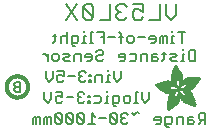
<source format=gbr>
G04 EAGLE Gerber RS-274X export*
G75*
%MOMM*%
%FSLAX34Y34*%
%LPD*%
%INSilkscreen Bottom*%
%IPPOS*%
%AMOC8*
5,1,8,0,0,1.08239X$1,22.5*%
G01*
%ADD10C,0.203200*%
%ADD11C,0.152400*%
%ADD12R,0.050800X0.006300*%
%ADD13R,0.082600X0.006400*%
%ADD14R,0.120600X0.006300*%
%ADD15R,0.139700X0.006400*%
%ADD16R,0.158800X0.006300*%
%ADD17R,0.177800X0.006400*%
%ADD18R,0.196800X0.006300*%
%ADD19R,0.215900X0.006400*%
%ADD20R,0.228600X0.006300*%
%ADD21R,0.241300X0.006400*%
%ADD22R,0.254000X0.006300*%
%ADD23R,0.266700X0.006400*%
%ADD24R,0.279400X0.006300*%
%ADD25R,0.285700X0.006400*%
%ADD26R,0.298400X0.006300*%
%ADD27R,0.311200X0.006400*%
%ADD28R,0.317500X0.006300*%
%ADD29R,0.330200X0.006400*%
%ADD30R,0.336600X0.006300*%
%ADD31R,0.349200X0.006400*%
%ADD32R,0.361900X0.006300*%
%ADD33R,0.368300X0.006400*%
%ADD34R,0.381000X0.006300*%
%ADD35R,0.387300X0.006400*%
%ADD36R,0.393700X0.006300*%
%ADD37R,0.406400X0.006400*%
%ADD38R,0.412700X0.006300*%
%ADD39R,0.419100X0.006400*%
%ADD40R,0.431800X0.006300*%
%ADD41R,0.438100X0.006400*%
%ADD42R,0.450800X0.006300*%
%ADD43R,0.457200X0.006400*%
%ADD44R,0.463500X0.006300*%
%ADD45R,0.476200X0.006400*%
%ADD46R,0.482600X0.006300*%
%ADD47R,0.488900X0.006400*%
%ADD48R,0.501600X0.006300*%
%ADD49R,0.508000X0.006400*%
%ADD50R,0.514300X0.006300*%
%ADD51R,0.527000X0.006400*%
%ADD52R,0.533400X0.006300*%
%ADD53R,0.546100X0.006400*%
%ADD54R,0.552400X0.006300*%
%ADD55R,0.558800X0.006400*%
%ADD56R,0.571500X0.006300*%
%ADD57R,0.577800X0.006400*%
%ADD58R,0.584200X0.006300*%
%ADD59R,0.596900X0.006400*%
%ADD60R,0.603200X0.006300*%
%ADD61R,0.609600X0.006400*%
%ADD62R,0.622300X0.006300*%
%ADD63R,0.628600X0.006400*%
%ADD64R,0.641300X0.006300*%
%ADD65R,0.647700X0.006400*%
%ADD66R,0.063500X0.006300*%
%ADD67R,0.654000X0.006300*%
%ADD68R,0.101600X0.006400*%
%ADD69R,0.666700X0.006400*%
%ADD70R,0.139700X0.006300*%
%ADD71R,0.673100X0.006300*%
%ADD72R,0.165100X0.006400*%
%ADD73R,0.679400X0.006400*%
%ADD74R,0.196900X0.006300*%
%ADD75R,0.692100X0.006300*%
%ADD76R,0.222200X0.006400*%
%ADD77R,0.698500X0.006400*%
%ADD78R,0.247700X0.006300*%
%ADD79R,0.704800X0.006300*%
%ADD80R,0.279400X0.006400*%
%ADD81R,0.717500X0.006400*%
%ADD82R,0.298500X0.006300*%
%ADD83R,0.723900X0.006300*%
%ADD84R,0.736600X0.006400*%
%ADD85R,0.342900X0.006300*%
%ADD86R,0.742900X0.006300*%
%ADD87R,0.374700X0.006400*%
%ADD88R,0.749300X0.006400*%
%ADD89R,0.762000X0.006300*%
%ADD90R,0.412700X0.006400*%
%ADD91R,0.768300X0.006400*%
%ADD92R,0.438100X0.006300*%
%ADD93R,0.774700X0.006300*%
%ADD94R,0.463600X0.006400*%
%ADD95R,0.787400X0.006400*%
%ADD96R,0.793700X0.006300*%
%ADD97R,0.495300X0.006400*%
%ADD98R,0.800100X0.006400*%
%ADD99R,0.520700X0.006300*%
%ADD100R,0.812800X0.006300*%
%ADD101R,0.533400X0.006400*%
%ADD102R,0.819100X0.006400*%
%ADD103R,0.558800X0.006300*%
%ADD104R,0.825500X0.006300*%
%ADD105R,0.577900X0.006400*%
%ADD106R,0.831800X0.006400*%
%ADD107R,0.596900X0.006300*%
%ADD108R,0.844500X0.006300*%
%ADD109R,0.616000X0.006400*%
%ADD110R,0.850900X0.006400*%
%ADD111R,0.635000X0.006300*%
%ADD112R,0.857200X0.006300*%
%ADD113R,0.654100X0.006400*%
%ADD114R,0.863600X0.006400*%
%ADD115R,0.666700X0.006300*%
%ADD116R,0.869900X0.006300*%
%ADD117R,0.685800X0.006400*%
%ADD118R,0.876300X0.006400*%
%ADD119R,0.882600X0.006300*%
%ADD120R,0.723900X0.006400*%
%ADD121R,0.889000X0.006400*%
%ADD122R,0.895300X0.006300*%
%ADD123R,0.755700X0.006400*%
%ADD124R,0.901700X0.006400*%
%ADD125R,0.908000X0.006300*%
%ADD126R,0.793800X0.006400*%
%ADD127R,0.914400X0.006400*%
%ADD128R,0.806400X0.006300*%
%ADD129R,0.920700X0.006300*%
%ADD130R,0.825500X0.006400*%
%ADD131R,0.927100X0.006400*%
%ADD132R,0.933400X0.006300*%
%ADD133R,0.857300X0.006400*%
%ADD134R,0.939800X0.006400*%
%ADD135R,0.870000X0.006300*%
%ADD136R,0.939800X0.006300*%
%ADD137R,0.946100X0.006400*%
%ADD138R,0.952500X0.006300*%
%ADD139R,0.908000X0.006400*%
%ADD140R,0.958800X0.006400*%
%ADD141R,0.965200X0.006300*%
%ADD142R,0.965200X0.006400*%
%ADD143R,0.971500X0.006300*%
%ADD144R,0.952500X0.006400*%
%ADD145R,0.977900X0.006400*%
%ADD146R,0.958800X0.006300*%
%ADD147R,0.984200X0.006300*%
%ADD148R,0.971500X0.006400*%
%ADD149R,0.984200X0.006400*%
%ADD150R,0.990600X0.006300*%
%ADD151R,0.984300X0.006400*%
%ADD152R,0.996900X0.006400*%
%ADD153R,0.997000X0.006300*%
%ADD154R,0.996900X0.006300*%
%ADD155R,1.003300X0.006400*%
%ADD156R,1.016000X0.006300*%
%ADD157R,1.009600X0.006300*%
%ADD158R,1.016000X0.006400*%
%ADD159R,1.009600X0.006400*%
%ADD160R,1.022300X0.006300*%
%ADD161R,1.028700X0.006400*%
%ADD162R,1.035100X0.006300*%
%ADD163R,1.047800X0.006400*%
%ADD164R,1.054100X0.006300*%
%ADD165R,1.028700X0.006300*%
%ADD166R,1.054100X0.006400*%
%ADD167R,1.035000X0.006400*%
%ADD168R,1.060400X0.006300*%
%ADD169R,1.035000X0.006300*%
%ADD170R,1.060500X0.006400*%
%ADD171R,1.041400X0.006400*%
%ADD172R,1.066800X0.006300*%
%ADD173R,1.041400X0.006300*%
%ADD174R,1.079500X0.006400*%
%ADD175R,1.047700X0.006400*%
%ADD176R,1.085900X0.006300*%
%ADD177R,1.047700X0.006300*%
%ADD178R,1.085800X0.006400*%
%ADD179R,1.092200X0.006300*%
%ADD180R,1.085900X0.006400*%
%ADD181R,1.098600X0.006300*%
%ADD182R,1.098600X0.006400*%
%ADD183R,1.060400X0.006400*%
%ADD184R,1.104900X0.006300*%
%ADD185R,1.104900X0.006400*%
%ADD186R,1.066800X0.006400*%
%ADD187R,1.111200X0.006300*%
%ADD188R,1.117600X0.006400*%
%ADD189R,1.117600X0.006300*%
%ADD190R,1.073100X0.006300*%
%ADD191R,1.073100X0.006400*%
%ADD192R,1.124000X0.006300*%
%ADD193R,1.079500X0.006300*%
%ADD194R,1.123900X0.006400*%
%ADD195R,1.130300X0.006300*%
%ADD196R,1.130300X0.006400*%
%ADD197R,1.136700X0.006400*%
%ADD198R,1.136700X0.006300*%
%ADD199R,1.085800X0.006300*%
%ADD200R,1.136600X0.006400*%
%ADD201R,1.136600X0.006300*%
%ADD202R,1.143000X0.006400*%
%ADD203R,1.143000X0.006300*%
%ADD204R,1.149400X0.006300*%
%ADD205R,1.149300X0.006300*%
%ADD206R,1.149300X0.006400*%
%ADD207R,1.149400X0.006400*%
%ADD208R,1.155700X0.006400*%
%ADD209R,1.155700X0.006300*%
%ADD210R,1.060500X0.006300*%
%ADD211R,2.197100X0.006400*%
%ADD212R,2.197100X0.006300*%
%ADD213R,2.184400X0.006300*%
%ADD214R,2.184400X0.006400*%
%ADD215R,2.171700X0.006400*%
%ADD216R,2.171700X0.006300*%
%ADD217R,1.530300X0.006400*%
%ADD218R,1.505000X0.006300*%
%ADD219R,1.492300X0.006400*%
%ADD220R,1.485900X0.006300*%
%ADD221R,0.565200X0.006300*%
%ADD222R,1.473200X0.006400*%
%ADD223R,0.565200X0.006400*%
%ADD224R,1.460500X0.006300*%
%ADD225R,1.454100X0.006400*%
%ADD226R,0.552400X0.006400*%
%ADD227R,1.441500X0.006300*%
%ADD228R,0.546100X0.006300*%
%ADD229R,1.435100X0.006400*%
%ADD230R,0.539800X0.006400*%
%ADD231R,1.428800X0.006300*%
%ADD232R,1.422400X0.006400*%
%ADD233R,1.409700X0.006300*%
%ADD234R,0.527100X0.006300*%
%ADD235R,1.403300X0.006400*%
%ADD236R,0.527100X0.006400*%
%ADD237R,1.390700X0.006300*%
%ADD238R,1.384300X0.006400*%
%ADD239R,0.520700X0.006400*%
%ADD240R,1.384300X0.006300*%
%ADD241R,0.514400X0.006300*%
%ADD242R,1.371600X0.006400*%
%ADD243R,1.365200X0.006300*%
%ADD244R,0.508000X0.006300*%
%ADD245R,1.352600X0.006400*%
%ADD246R,0.501700X0.006400*%
%ADD247R,0.711200X0.006300*%
%ADD248R,0.603300X0.006300*%
%ADD249R,0.501700X0.006300*%
%ADD250R,0.692100X0.006400*%
%ADD251R,0.571500X0.006400*%
%ADD252R,0.679400X0.006300*%
%ADD253R,0.495300X0.006300*%
%ADD254R,0.673100X0.006400*%
%ADD255R,0.666800X0.006300*%
%ADD256R,0.488900X0.006300*%
%ADD257R,0.660400X0.006400*%
%ADD258R,0.482600X0.006400*%
%ADD259R,0.476200X0.006300*%
%ADD260R,0.654000X0.006400*%
%ADD261R,0.469900X0.006400*%
%ADD262R,0.476300X0.006400*%
%ADD263R,0.647700X0.006300*%
%ADD264R,0.457200X0.006300*%
%ADD265R,0.469900X0.006300*%
%ADD266R,0.641300X0.006400*%
%ADD267R,0.444500X0.006400*%
%ADD268R,0.463600X0.006300*%
%ADD269R,0.635000X0.006400*%
%ADD270R,0.463500X0.006400*%
%ADD271R,0.393700X0.006400*%
%ADD272R,0.450800X0.006400*%
%ADD273R,0.628600X0.006300*%
%ADD274R,0.387400X0.006300*%
%ADD275R,0.450900X0.006300*%
%ADD276R,0.628700X0.006400*%
%ADD277R,0.374600X0.006400*%
%ADD278R,0.368300X0.006300*%
%ADD279R,0.438200X0.006300*%
%ADD280R,0.622300X0.006400*%
%ADD281R,0.355600X0.006400*%
%ADD282R,0.431800X0.006400*%
%ADD283R,0.349300X0.006300*%
%ADD284R,0.425400X0.006300*%
%ADD285R,0.615900X0.006300*%
%ADD286R,0.330200X0.006300*%
%ADD287R,0.419100X0.006300*%
%ADD288R,0.616000X0.006300*%
%ADD289R,0.311200X0.006300*%
%ADD290R,0.406400X0.006300*%
%ADD291R,0.615900X0.006400*%
%ADD292R,0.304800X0.006400*%
%ADD293R,0.158800X0.006400*%
%ADD294R,0.609600X0.006300*%
%ADD295R,0.292100X0.006300*%
%ADD296R,0.235000X0.006300*%
%ADD297R,0.387400X0.006400*%
%ADD298R,0.292100X0.006400*%
%ADD299R,0.336500X0.006300*%
%ADD300R,0.260400X0.006300*%
%ADD301R,0.603300X0.006400*%
%ADD302R,0.260400X0.006400*%
%ADD303R,0.362000X0.006400*%
%ADD304R,0.450900X0.006400*%
%ADD305R,0.355600X0.006300*%
%ADD306R,0.342900X0.006400*%
%ADD307R,0.514300X0.006400*%
%ADD308R,0.234900X0.006300*%
%ADD309R,0.539700X0.006300*%
%ADD310R,0.603200X0.006400*%
%ADD311R,0.234900X0.006400*%
%ADD312R,0.920700X0.006400*%
%ADD313R,0.958900X0.006400*%
%ADD314R,0.215900X0.006300*%
%ADD315R,0.209600X0.006400*%
%ADD316R,0.203200X0.006300*%
%ADD317R,1.003300X0.006300*%
%ADD318R,0.203200X0.006400*%
%ADD319R,0.196900X0.006400*%
%ADD320R,0.190500X0.006300*%
%ADD321R,0.190500X0.006400*%
%ADD322R,0.184200X0.006300*%
%ADD323R,0.590500X0.006400*%
%ADD324R,0.184200X0.006400*%
%ADD325R,0.590500X0.006300*%
%ADD326R,0.177800X0.006300*%
%ADD327R,0.584200X0.006400*%
%ADD328R,1.168400X0.006400*%
%ADD329R,0.171500X0.006300*%
%ADD330R,1.187500X0.006300*%
%ADD331R,1.200100X0.006400*%
%ADD332R,0.577800X0.006300*%
%ADD333R,1.212900X0.006300*%
%ADD334R,1.231900X0.006400*%
%ADD335R,1.250900X0.006300*%
%ADD336R,0.565100X0.006400*%
%ADD337R,0.184100X0.006400*%
%ADD338R,1.263700X0.006400*%
%ADD339R,0.565100X0.006300*%
%ADD340R,1.289100X0.006300*%
%ADD341R,1.314400X0.006400*%
%ADD342R,0.552500X0.006300*%
%ADD343R,1.568500X0.006300*%
%ADD344R,0.552500X0.006400*%
%ADD345R,1.581200X0.006400*%
%ADD346R,1.593800X0.006300*%
%ADD347R,1.606500X0.006400*%
%ADD348R,1.619300X0.006300*%
%ADD349R,0.514400X0.006400*%
%ADD350R,1.638300X0.006400*%
%ADD351R,1.657300X0.006300*%
%ADD352R,2.209800X0.006400*%
%ADD353R,2.425700X0.006300*%
%ADD354R,2.470100X0.006400*%
%ADD355R,2.501900X0.006300*%
%ADD356R,2.533700X0.006400*%
%ADD357R,2.559000X0.006300*%
%ADD358R,2.584500X0.006400*%
%ADD359R,2.609900X0.006300*%
%ADD360R,2.628900X0.006400*%
%ADD361R,2.660600X0.006300*%
%ADD362R,2.673400X0.006400*%
%ADD363R,1.422400X0.006300*%
%ADD364R,1.200200X0.006300*%
%ADD365R,1.365300X0.006300*%
%ADD366R,1.365300X0.006400*%
%ADD367R,1.352500X0.006300*%
%ADD368R,1.098500X0.006300*%
%ADD369R,1.358900X0.006400*%
%ADD370R,1.352600X0.006300*%
%ADD371R,1.358900X0.006300*%
%ADD372R,1.371600X0.006300*%
%ADD373R,1.377900X0.006400*%
%ADD374R,1.397000X0.006400*%
%ADD375R,1.403300X0.006300*%
%ADD376R,0.914400X0.006300*%
%ADD377R,0.876300X0.006300*%
%ADD378R,0.374600X0.006300*%
%ADD379R,1.073200X0.006400*%
%ADD380R,0.374700X0.006300*%
%ADD381R,0.844600X0.006400*%
%ADD382R,0.844600X0.006300*%
%ADD383R,0.831900X0.006400*%
%ADD384R,1.092200X0.006400*%
%ADD385R,0.400000X0.006300*%
%ADD386R,0.819200X0.006400*%
%ADD387R,1.111300X0.006400*%
%ADD388R,0.812800X0.006400*%
%ADD389R,0.800100X0.006300*%
%ADD390R,0.476300X0.006300*%
%ADD391R,1.181100X0.006300*%
%ADD392R,0.501600X0.006400*%
%ADD393R,1.193800X0.006400*%
%ADD394R,0.781000X0.006400*%
%ADD395R,1.238200X0.006400*%
%ADD396R,0.781100X0.006300*%
%ADD397R,1.257300X0.006300*%
%ADD398R,1.295400X0.006400*%
%ADD399R,1.333500X0.006300*%
%ADD400R,0.774700X0.006400*%
%ADD401R,1.866900X0.006400*%
%ADD402R,0.209600X0.006300*%
%ADD403R,1.866900X0.006300*%
%ADD404R,0.768400X0.006400*%
%ADD405R,0.209500X0.006400*%
%ADD406R,1.860600X0.006400*%
%ADD407R,0.762000X0.006400*%
%ADD408R,0.768400X0.006300*%
%ADD409R,1.860600X0.006300*%
%ADD410R,1.860500X0.006400*%
%ADD411R,0.222300X0.006300*%
%ADD412R,1.854200X0.006300*%
%ADD413R,0.235000X0.006400*%
%ADD414R,1.854200X0.006400*%
%ADD415R,0.768300X0.006300*%
%ADD416R,0.260300X0.006400*%
%ADD417R,1.847800X0.006400*%
%ADD418R,0.266700X0.006300*%
%ADD419R,1.847800X0.006300*%
%ADD420R,0.273100X0.006400*%
%ADD421R,1.841500X0.006400*%
%ADD422R,0.285800X0.006300*%
%ADD423R,1.841500X0.006300*%
%ADD424R,0.298500X0.006400*%
%ADD425R,1.835100X0.006400*%
%ADD426R,0.781000X0.006300*%
%ADD427R,0.304800X0.006300*%
%ADD428R,1.835100X0.006300*%
%ADD429R,0.317500X0.006400*%
%ADD430R,1.828800X0.006400*%
%ADD431R,0.787400X0.006300*%
%ADD432R,0.323800X0.006300*%
%ADD433R,1.828800X0.006300*%
%ADD434R,0.793700X0.006400*%
%ADD435R,1.822400X0.006400*%
%ADD436R,0.806500X0.006300*%
%ADD437R,1.822400X0.006300*%
%ADD438R,1.816100X0.006400*%
%ADD439R,0.819100X0.006300*%
%ADD440R,0.387300X0.006300*%
%ADD441R,1.816100X0.006300*%
%ADD442R,1.809800X0.006400*%
%ADD443R,1.803400X0.006300*%
%ADD444R,1.797000X0.006400*%
%ADD445R,0.901700X0.006300*%
%ADD446R,1.797000X0.006300*%
%ADD447R,1.441400X0.006400*%
%ADD448R,1.790700X0.006400*%
%ADD449R,1.447800X0.006300*%
%ADD450R,1.784300X0.006300*%
%ADD451R,1.447800X0.006400*%
%ADD452R,1.784300X0.006400*%
%ADD453R,1.454100X0.006300*%
%ADD454R,1.771700X0.006300*%
%ADD455R,1.460500X0.006400*%
%ADD456R,1.759000X0.006400*%
%ADD457R,1.466800X0.006300*%
%ADD458R,1.752600X0.006300*%
%ADD459R,1.466800X0.006400*%
%ADD460R,1.739900X0.006400*%
%ADD461R,1.473200X0.006300*%
%ADD462R,1.727200X0.006300*%
%ADD463R,1.479500X0.006400*%
%ADD464R,1.714500X0.006400*%
%ADD465R,1.695400X0.006300*%
%ADD466R,1.485900X0.006400*%
%ADD467R,1.682700X0.006400*%
%ADD468R,1.492200X0.006300*%
%ADD469R,1.663700X0.006300*%
%ADD470R,1.498600X0.006400*%
%ADD471R,1.644600X0.006400*%
%ADD472R,1.498600X0.006300*%
%ADD473R,1.619200X0.006300*%
%ADD474R,1.511300X0.006400*%
%ADD475R,1.600200X0.006400*%
%ADD476R,1.517700X0.006300*%
%ADD477R,1.574800X0.006300*%
%ADD478R,1.524000X0.006400*%
%ADD479R,1.555800X0.006400*%
%ADD480R,1.524000X0.006300*%
%ADD481R,1.536700X0.006300*%
%ADD482R,1.530400X0.006400*%
%ADD483R,1.517700X0.006400*%
%ADD484R,1.492300X0.006300*%
%ADD485R,1.549400X0.006400*%
%ADD486R,1.479600X0.006400*%
%ADD487R,1.549400X0.006300*%
%ADD488R,1.555700X0.006400*%
%ADD489R,1.562100X0.006300*%
%ADD490R,0.323900X0.006300*%
%ADD491R,1.568400X0.006400*%
%ADD492R,0.336600X0.006400*%
%ADD493R,1.587500X0.006300*%
%ADD494R,0.971600X0.006300*%
%ADD495R,0.349300X0.006400*%
%ADD496R,1.600200X0.006300*%
%ADD497R,0.920800X0.006300*%
%ADD498R,0.882700X0.006400*%
%ADD499R,1.612900X0.006300*%
%ADD500R,0.362000X0.006300*%
%ADD501R,1.625600X0.006400*%
%ADD502R,1.625600X0.006300*%
%ADD503R,1.644600X0.006300*%
%ADD504R,0.736600X0.006300*%
%ADD505R,0.717600X0.006400*%
%ADD506R,1.657400X0.006300*%
%ADD507R,0.679500X0.006300*%
%ADD508R,1.663700X0.006400*%
%ADD509R,0.400000X0.006400*%
%ADD510R,1.676400X0.006300*%
%ADD511R,1.676400X0.006400*%
%ADD512R,0.425500X0.006400*%
%ADD513R,1.352500X0.006400*%
%ADD514R,0.444500X0.006300*%
%ADD515R,0.361900X0.006400*%
%ADD516R,0.088900X0.006300*%
%ADD517R,1.009700X0.006300*%
%ADD518R,1.009700X0.006400*%
%ADD519R,1.022300X0.006400*%
%ADD520R,1.346200X0.006400*%
%ADD521R,1.346200X0.006300*%
%ADD522R,1.339900X0.006400*%
%ADD523R,1.035100X0.006400*%
%ADD524R,1.339800X0.006300*%
%ADD525R,1.333500X0.006400*%
%ADD526R,1.327200X0.006400*%
%ADD527R,1.320800X0.006300*%
%ADD528R,1.314500X0.006400*%
%ADD529R,1.314400X0.006300*%
%ADD530R,1.301700X0.006400*%
%ADD531R,1.295400X0.006300*%
%ADD532R,1.289000X0.006400*%
%ADD533R,1.276300X0.006300*%
%ADD534R,1.251000X0.006300*%
%ADD535R,1.244600X0.006400*%
%ADD536R,1.231900X0.006300*%
%ADD537R,1.212800X0.006400*%
%ADD538R,1.200100X0.006300*%
%ADD539R,1.187400X0.006400*%
%ADD540R,1.168400X0.006300*%
%ADD541R,1.047800X0.006300*%
%ADD542R,0.977900X0.006300*%
%ADD543R,0.946200X0.006400*%
%ADD544R,0.933400X0.006400*%
%ADD545R,0.895300X0.006400*%
%ADD546R,0.882700X0.006300*%
%ADD547R,0.863600X0.006300*%
%ADD548R,0.857200X0.006400*%
%ADD549R,0.850900X0.006300*%
%ADD550R,0.838200X0.006300*%
%ADD551R,0.806500X0.006400*%
%ADD552R,0.717600X0.006300*%
%ADD553R,0.711200X0.006400*%
%ADD554R,0.641400X0.006400*%
%ADD555R,0.641400X0.006300*%
%ADD556R,0.628700X0.006300*%
%ADD557R,0.590600X0.006300*%
%ADD558R,0.539700X0.006400*%
%ADD559R,0.285700X0.006300*%
%ADD560R,0.222200X0.006300*%
%ADD561R,0.171400X0.006300*%
%ADD562R,0.152400X0.006400*%
%ADD563R,0.133400X0.006300*%
%ADD564C,0.304800*%


D10*
X148429Y167905D02*
X148429Y159092D01*
X144022Y154686D01*
X139616Y159092D01*
X139616Y167905D01*
X134396Y167905D02*
X134396Y154686D01*
X125583Y154686D01*
X120363Y167905D02*
X111550Y167905D01*
X120363Y167905D02*
X120363Y161296D01*
X115957Y163499D01*
X113754Y163499D01*
X111550Y161296D01*
X111550Y156889D01*
X113754Y154686D01*
X118160Y154686D01*
X120363Y156889D01*
X106330Y165702D02*
X104127Y167905D01*
X99721Y167905D01*
X97518Y165702D01*
X97518Y163499D01*
X99721Y161296D01*
X101924Y161296D01*
X99721Y161296D02*
X97518Y159092D01*
X97518Y156889D01*
X99721Y154686D01*
X104127Y154686D01*
X106330Y156889D01*
X92298Y154686D02*
X92298Y167905D01*
X92298Y154686D02*
X83485Y154686D01*
X78265Y156889D02*
X78265Y165702D01*
X76062Y167905D01*
X71655Y167905D01*
X69452Y165702D01*
X69452Y156889D01*
X71655Y154686D01*
X76062Y154686D01*
X78265Y156889D01*
X69452Y165702D01*
X64232Y167905D02*
X55419Y154686D01*
X64232Y154686D02*
X55419Y167905D01*
D11*
X153107Y144025D02*
X153107Y135382D01*
X155988Y144025D02*
X150226Y144025D01*
X146633Y141144D02*
X145193Y141144D01*
X145193Y135382D01*
X146633Y135382D02*
X143752Y135382D01*
X145193Y144025D02*
X145193Y145466D01*
X140396Y141144D02*
X140396Y135382D01*
X140396Y141144D02*
X138956Y141144D01*
X137515Y139704D01*
X137515Y135382D01*
X137515Y139704D02*
X136075Y141144D01*
X134634Y139704D01*
X134634Y135382D01*
X129601Y135382D02*
X126720Y135382D01*
X129601Y135382D02*
X131041Y136823D01*
X131041Y139704D01*
X129601Y141144D01*
X126720Y141144D01*
X125279Y139704D01*
X125279Y138263D01*
X131041Y138263D01*
X121686Y139704D02*
X115924Y139704D01*
X110890Y135382D02*
X108009Y135382D01*
X106569Y136823D01*
X106569Y139704D01*
X108009Y141144D01*
X110890Y141144D01*
X112331Y139704D01*
X112331Y136823D01*
X110890Y135382D01*
X101535Y135382D02*
X101535Y142585D01*
X100095Y144025D01*
X100095Y139704D02*
X102976Y139704D01*
X96739Y139704D02*
X90977Y139704D01*
X87384Y144025D02*
X87384Y135382D01*
X87384Y144025D02*
X81621Y144025D01*
X84503Y139704D02*
X87384Y139704D01*
X78029Y144025D02*
X76588Y144025D01*
X76588Y135382D01*
X78029Y135382D02*
X75147Y135382D01*
X71792Y141144D02*
X70351Y141144D01*
X70351Y135382D01*
X68911Y135382D02*
X71792Y135382D01*
X70351Y144025D02*
X70351Y145466D01*
X62674Y132501D02*
X61233Y132501D01*
X59793Y133941D01*
X59793Y141144D01*
X64114Y141144D01*
X65555Y139704D01*
X65555Y136823D01*
X64114Y135382D01*
X59793Y135382D01*
X56200Y135382D02*
X56200Y144025D01*
X54759Y141144D02*
X56200Y139704D01*
X54759Y141144D02*
X51878Y141144D01*
X50438Y139704D01*
X50438Y135382D01*
X45404Y136823D02*
X45404Y142585D01*
X45404Y136823D02*
X43963Y135382D01*
X43963Y141144D02*
X46845Y141144D01*
X164564Y128785D02*
X164564Y120142D01*
X160242Y120142D01*
X158802Y121583D01*
X158802Y127345D01*
X160242Y128785D01*
X164564Y128785D01*
X155209Y125904D02*
X153768Y125904D01*
X153768Y120142D01*
X152328Y120142D02*
X155209Y120142D01*
X153768Y128785D02*
X153768Y130226D01*
X148972Y120142D02*
X144650Y120142D01*
X143210Y121583D01*
X144650Y123023D01*
X147531Y123023D01*
X148972Y124464D01*
X147531Y125904D01*
X143210Y125904D01*
X138176Y127345D02*
X138176Y121583D01*
X136736Y120142D01*
X136736Y125904D02*
X139617Y125904D01*
X131939Y125904D02*
X129058Y125904D01*
X127618Y124464D01*
X127618Y120142D01*
X131939Y120142D01*
X133380Y121583D01*
X131939Y123023D01*
X127618Y123023D01*
X124025Y120142D02*
X124025Y125904D01*
X119703Y125904D01*
X118263Y124464D01*
X118263Y120142D01*
X113229Y125904D02*
X108907Y125904D01*
X113229Y125904D02*
X114670Y124464D01*
X114670Y121583D01*
X113229Y120142D01*
X108907Y120142D01*
X103874Y120142D02*
X100993Y120142D01*
X103874Y120142D02*
X105314Y121583D01*
X105314Y124464D01*
X103874Y125904D01*
X100993Y125904D01*
X99552Y124464D01*
X99552Y123023D01*
X105314Y123023D01*
X82282Y128785D02*
X80842Y127345D01*
X82282Y128785D02*
X85164Y128785D01*
X86604Y127345D01*
X86604Y125904D01*
X85164Y124464D01*
X82282Y124464D01*
X80842Y123023D01*
X80842Y121583D01*
X82282Y120142D01*
X85164Y120142D01*
X86604Y121583D01*
X75808Y120142D02*
X72927Y120142D01*
X75808Y120142D02*
X77249Y121583D01*
X77249Y124464D01*
X75808Y125904D01*
X72927Y125904D01*
X71487Y124464D01*
X71487Y123023D01*
X77249Y123023D01*
X67894Y120142D02*
X67894Y125904D01*
X63572Y125904D01*
X62131Y124464D01*
X62131Y120142D01*
X58539Y120142D02*
X54217Y120142D01*
X52776Y121583D01*
X54217Y123023D01*
X57098Y123023D01*
X58539Y124464D01*
X57098Y125904D01*
X52776Y125904D01*
X47743Y120142D02*
X44862Y120142D01*
X43421Y121583D01*
X43421Y124464D01*
X44862Y125904D01*
X47743Y125904D01*
X49183Y124464D01*
X49183Y121583D01*
X47743Y120142D01*
X39828Y120142D02*
X39828Y125904D01*
X39828Y123023D02*
X36947Y125904D01*
X35506Y125904D01*
X101341Y111005D02*
X101341Y105243D01*
X98460Y102362D01*
X95579Y105243D01*
X95579Y111005D01*
X91986Y108124D02*
X90545Y108124D01*
X90545Y102362D01*
X91986Y102362D02*
X89104Y102362D01*
X90545Y111005D02*
X90545Y112446D01*
X85749Y108124D02*
X85749Y102362D01*
X85749Y108124D02*
X81427Y108124D01*
X79987Y106684D01*
X79987Y102362D01*
X76394Y108124D02*
X74953Y108124D01*
X74953Y106684D01*
X76394Y106684D01*
X76394Y108124D01*
X76394Y103803D02*
X74953Y103803D01*
X74953Y102362D01*
X76394Y102362D01*
X76394Y103803D01*
X71716Y109565D02*
X70275Y111005D01*
X67394Y111005D01*
X65954Y109565D01*
X65954Y108124D01*
X67394Y106684D01*
X68835Y106684D01*
X67394Y106684D02*
X65954Y105243D01*
X65954Y103803D01*
X67394Y102362D01*
X70275Y102362D01*
X71716Y103803D01*
X62361Y106684D02*
X56599Y106684D01*
X53006Y111005D02*
X47243Y111005D01*
X53006Y111005D02*
X53006Y106684D01*
X50125Y108124D01*
X48684Y108124D01*
X47243Y106684D01*
X47243Y103803D01*
X48684Y102362D01*
X51565Y102362D01*
X53006Y103803D01*
X43650Y105243D02*
X43650Y111005D01*
X43650Y105243D02*
X40769Y102362D01*
X37888Y105243D01*
X37888Y111005D01*
X125244Y93225D02*
X125244Y87463D01*
X122363Y84582D01*
X119482Y87463D01*
X119482Y93225D01*
X115889Y93225D02*
X114449Y93225D01*
X114449Y84582D01*
X115889Y84582D02*
X113008Y84582D01*
X108212Y84582D02*
X105331Y84582D01*
X103890Y86023D01*
X103890Y88904D01*
X105331Y90344D01*
X108212Y90344D01*
X109652Y88904D01*
X109652Y86023D01*
X108212Y84582D01*
X97416Y81701D02*
X95976Y81701D01*
X94535Y83141D01*
X94535Y90344D01*
X98857Y90344D01*
X100297Y88904D01*
X100297Y86023D01*
X98857Y84582D01*
X94535Y84582D01*
X90942Y90344D02*
X89501Y90344D01*
X89501Y84582D01*
X88061Y84582D02*
X90942Y84582D01*
X89501Y93225D02*
X89501Y94666D01*
X83265Y90344D02*
X78943Y90344D01*
X83265Y90344D02*
X84705Y88904D01*
X84705Y86023D01*
X83265Y84582D01*
X78943Y84582D01*
X75350Y90344D02*
X73910Y90344D01*
X73910Y88904D01*
X75350Y88904D01*
X75350Y90344D01*
X75350Y86023D02*
X73910Y86023D01*
X73910Y84582D01*
X75350Y84582D01*
X75350Y86023D01*
X70672Y91785D02*
X69232Y93225D01*
X66351Y93225D01*
X64910Y91785D01*
X64910Y90344D01*
X66351Y88904D01*
X67791Y88904D01*
X66351Y88904D02*
X64910Y87463D01*
X64910Y86023D01*
X66351Y84582D01*
X69232Y84582D01*
X70672Y86023D01*
X61317Y88904D02*
X55555Y88904D01*
X51962Y93225D02*
X46200Y93225D01*
X51962Y93225D02*
X51962Y88904D01*
X49081Y90344D01*
X47640Y90344D01*
X46200Y88904D01*
X46200Y86023D01*
X47640Y84582D01*
X50522Y84582D01*
X51962Y86023D01*
X42607Y87463D02*
X42607Y93225D01*
X42607Y87463D02*
X39726Y84582D01*
X36845Y87463D01*
X36845Y93225D01*
X173140Y75445D02*
X173140Y66802D01*
X173140Y75445D02*
X168818Y75445D01*
X167377Y74005D01*
X167377Y71124D01*
X168818Y69683D01*
X173140Y69683D01*
X170258Y69683D02*
X167377Y66802D01*
X162344Y72564D02*
X159463Y72564D01*
X158022Y71124D01*
X158022Y66802D01*
X162344Y66802D01*
X163784Y68243D01*
X162344Y69683D01*
X158022Y69683D01*
X154429Y66802D02*
X154429Y72564D01*
X150108Y72564D01*
X148667Y71124D01*
X148667Y66802D01*
X142193Y63921D02*
X140752Y63921D01*
X139312Y65361D01*
X139312Y72564D01*
X143633Y72564D01*
X145074Y71124D01*
X145074Y68243D01*
X143633Y66802D01*
X139312Y66802D01*
X134278Y66802D02*
X131397Y66802D01*
X134278Y66802D02*
X135719Y68243D01*
X135719Y71124D01*
X134278Y72564D01*
X131397Y72564D01*
X129957Y71124D01*
X129957Y69683D01*
X135719Y69683D01*
X117008Y75445D02*
X115568Y76886D01*
X112687Y74005D01*
X111246Y75445D01*
X107653Y74005D02*
X106213Y75445D01*
X103332Y75445D01*
X101891Y74005D01*
X101891Y72564D01*
X103332Y71124D01*
X104772Y71124D01*
X103332Y71124D02*
X101891Y69683D01*
X101891Y68243D01*
X103332Y66802D01*
X106213Y66802D01*
X107653Y68243D01*
X98298Y68243D02*
X98298Y74005D01*
X96858Y75445D01*
X93976Y75445D01*
X92536Y74005D01*
X92536Y68243D01*
X93976Y66802D01*
X96858Y66802D01*
X98298Y68243D01*
X92536Y74005D01*
X88943Y71124D02*
X83181Y71124D01*
X79588Y72564D02*
X76707Y75445D01*
X76707Y66802D01*
X79588Y66802D02*
X73825Y66802D01*
X70233Y68243D02*
X70233Y74005D01*
X68792Y75445D01*
X65911Y75445D01*
X64470Y74005D01*
X64470Y68243D01*
X65911Y66802D01*
X68792Y66802D01*
X70233Y68243D01*
X64470Y74005D01*
X60877Y74005D02*
X60877Y68243D01*
X60877Y74005D02*
X59437Y75445D01*
X56556Y75445D01*
X55115Y74005D01*
X55115Y68243D01*
X56556Y66802D01*
X59437Y66802D01*
X60877Y68243D01*
X55115Y74005D01*
X51522Y74005D02*
X51522Y68243D01*
X51522Y74005D02*
X50082Y75445D01*
X47200Y75445D01*
X45760Y74005D01*
X45760Y68243D01*
X47200Y66802D01*
X50082Y66802D01*
X51522Y68243D01*
X45760Y74005D01*
X42167Y72564D02*
X42167Y66802D01*
X42167Y72564D02*
X40726Y72564D01*
X39286Y71124D01*
X39286Y66802D01*
X39286Y71124D02*
X37845Y72564D01*
X36405Y71124D01*
X36405Y66802D01*
X32812Y66802D02*
X32812Y72564D01*
X31371Y72564D01*
X29931Y71124D01*
X29931Y66802D01*
X29931Y71124D02*
X28490Y72564D01*
X27050Y71124D01*
X27050Y66802D01*
D12*
X142272Y77661D03*
D13*
X142240Y77724D03*
D14*
X142240Y77788D03*
D15*
X142272Y77851D03*
D16*
X142240Y77915D03*
D17*
X142272Y77978D03*
D18*
X142240Y78042D03*
D19*
X142272Y78105D03*
D20*
X142272Y78169D03*
D21*
X142336Y78232D03*
D22*
X142335Y78296D03*
D23*
X142399Y78359D03*
D24*
X142399Y78423D03*
D25*
X142431Y78486D03*
D26*
X142494Y78550D03*
D27*
X142494Y78613D03*
D28*
X142526Y78677D03*
D29*
X142589Y78740D03*
D30*
X142621Y78804D03*
D31*
X142621Y78867D03*
D32*
X142685Y78931D03*
D33*
X142717Y78994D03*
D34*
X142780Y79058D03*
D35*
X142812Y79121D03*
D36*
X142844Y79185D03*
D37*
X142907Y79248D03*
D38*
X142939Y79312D03*
D39*
X142971Y79375D03*
D40*
X143034Y79439D03*
D41*
X143066Y79502D03*
D42*
X143129Y79566D03*
D43*
X143161Y79629D03*
D44*
X143193Y79693D03*
D45*
X143256Y79756D03*
D46*
X143288Y79820D03*
D47*
X143320Y79883D03*
D48*
X143383Y79947D03*
D49*
X143415Y80010D03*
D50*
X143447Y80074D03*
D51*
X143510Y80137D03*
D52*
X143542Y80201D03*
D53*
X143606Y80264D03*
D54*
X143637Y80328D03*
D55*
X143669Y80391D03*
D56*
X143733Y80455D03*
D57*
X143764Y80518D03*
D58*
X143796Y80582D03*
D59*
X143860Y80645D03*
D60*
X143891Y80709D03*
D61*
X143923Y80772D03*
D62*
X143987Y80836D03*
D63*
X144018Y80899D03*
D64*
X144082Y80963D03*
D65*
X144114Y81026D03*
D66*
X163926Y81090D03*
D67*
X144145Y81090D03*
D68*
X163925Y81153D03*
D69*
X144209Y81153D03*
D70*
X163862Y81217D03*
D71*
X144241Y81217D03*
D72*
X163799Y81280D03*
D73*
X144272Y81280D03*
D74*
X163767Y81344D03*
D75*
X144336Y81344D03*
D76*
X163703Y81407D03*
D77*
X144368Y81407D03*
D78*
X163640Y81471D03*
D79*
X144399Y81471D03*
D80*
X163544Y81534D03*
D81*
X144463Y81534D03*
D82*
X163513Y81598D03*
D83*
X144495Y81598D03*
D29*
X163417Y81661D03*
D84*
X144558Y81661D03*
D85*
X163354Y81725D03*
D86*
X144590Y81725D03*
D87*
X163259Y81788D03*
D88*
X144622Y81788D03*
D36*
X163164Y81852D03*
D89*
X144685Y81852D03*
D90*
X163132Y81915D03*
D91*
X144717Y81915D03*
D92*
X163005Y81979D03*
D93*
X144749Y81979D03*
D94*
X162941Y82042D03*
D95*
X144812Y82042D03*
D46*
X162846Y82106D03*
D96*
X144844Y82106D03*
D97*
X162783Y82169D03*
D98*
X144876Y82169D03*
D99*
X162656Y82233D03*
D100*
X144939Y82233D03*
D101*
X162592Y82296D03*
D102*
X144971Y82296D03*
D103*
X162465Y82360D03*
D104*
X145003Y82360D03*
D105*
X162370Y82423D03*
D106*
X145034Y82423D03*
D107*
X162275Y82487D03*
D108*
X145098Y82487D03*
D109*
X162179Y82550D03*
D110*
X145130Y82550D03*
D111*
X162084Y82614D03*
D112*
X145161Y82614D03*
D113*
X161989Y82677D03*
D114*
X145193Y82677D03*
D115*
X161862Y82741D03*
D116*
X145225Y82741D03*
D117*
X161766Y82804D03*
D118*
X145257Y82804D03*
D79*
X161671Y82868D03*
D119*
X145288Y82868D03*
D120*
X161576Y82931D03*
D121*
X145320Y82931D03*
D86*
X161481Y82995D03*
D122*
X145352Y82995D03*
D123*
X161354Y83058D03*
D124*
X145384Y83058D03*
D93*
X161259Y83122D03*
D125*
X145415Y83122D03*
D126*
X161163Y83185D03*
D127*
X145447Y83185D03*
D128*
X161036Y83249D03*
D129*
X145479Y83249D03*
D130*
X160941Y83312D03*
D131*
X145511Y83312D03*
D108*
X160846Y83376D03*
D132*
X145542Y83376D03*
D133*
X160719Y83439D03*
D134*
X145574Y83439D03*
D135*
X160655Y83503D03*
D136*
X145574Y83503D03*
D121*
X160560Y83566D03*
D137*
X145606Y83566D03*
D122*
X160465Y83630D03*
D138*
X145638Y83630D03*
D139*
X160401Y83693D03*
D140*
X145669Y83693D03*
D129*
X160338Y83757D03*
D141*
X145701Y83757D03*
D131*
X160243Y83820D03*
D142*
X145701Y83820D03*
D136*
X160179Y83884D03*
D143*
X145733Y83884D03*
D144*
X160116Y83947D03*
D145*
X145765Y83947D03*
D146*
X160020Y84011D03*
D147*
X145796Y84011D03*
D148*
X159957Y84074D03*
D149*
X145796Y84074D03*
D147*
X159893Y84138D03*
D150*
X145828Y84138D03*
D151*
X159830Y84201D03*
D152*
X145860Y84201D03*
D153*
X159766Y84265D03*
D154*
X145860Y84265D03*
D155*
X159735Y84328D03*
X145892Y84328D03*
D156*
X159671Y84392D03*
D157*
X145923Y84392D03*
D158*
X159607Y84455D03*
D159*
X145923Y84455D03*
D160*
X159576Y84519D03*
D156*
X145955Y84519D03*
D161*
X159481Y84582D03*
D158*
X145955Y84582D03*
D162*
X159449Y84646D03*
D160*
X145987Y84646D03*
D163*
X159385Y84709D03*
D161*
X146019Y84709D03*
D164*
X159354Y84773D03*
D165*
X146019Y84773D03*
D166*
X159290Y84836D03*
D167*
X146050Y84836D03*
D168*
X159258Y84900D03*
D169*
X146050Y84900D03*
D170*
X159195Y84963D03*
D171*
X146082Y84963D03*
D172*
X159163Y85027D03*
D173*
X146082Y85027D03*
D174*
X159100Y85090D03*
D175*
X146114Y85090D03*
D176*
X159068Y85154D03*
D177*
X146114Y85154D03*
D178*
X159004Y85217D03*
D166*
X146146Y85217D03*
D179*
X158972Y85281D03*
D164*
X146146Y85281D03*
D180*
X158941Y85344D03*
D166*
X146146Y85344D03*
D181*
X158877Y85408D03*
D168*
X146177Y85408D03*
D182*
X158877Y85471D03*
D183*
X146177Y85471D03*
D184*
X158846Y85535D03*
D172*
X146209Y85535D03*
D185*
X158782Y85598D03*
D186*
X146209Y85598D03*
D187*
X158750Y85662D03*
D172*
X146209Y85662D03*
D188*
X158718Y85725D03*
D186*
X146209Y85725D03*
D189*
X158655Y85789D03*
D190*
X146241Y85789D03*
D188*
X158655Y85852D03*
D191*
X146241Y85852D03*
D192*
X158623Y85916D03*
D193*
X146273Y85916D03*
D194*
X158560Y85979D03*
D174*
X146273Y85979D03*
D195*
X158528Y86043D03*
D193*
X146273Y86043D03*
D196*
X158528Y86106D03*
D174*
X146273Y86106D03*
D195*
X158465Y86170D03*
D193*
X146273Y86170D03*
D197*
X158433Y86233D03*
D178*
X146304Y86233D03*
D198*
X158433Y86297D03*
D199*
X146304Y86297D03*
D200*
X158369Y86360D03*
D174*
X146336Y86360D03*
D201*
X158369Y86424D03*
D193*
X146336Y86424D03*
D202*
X158337Y86487D03*
D180*
X146368Y86487D03*
D203*
X158274Y86551D03*
D176*
X146368Y86551D03*
D202*
X158274Y86614D03*
D180*
X146368Y86614D03*
D204*
X158242Y86678D03*
D176*
X146368Y86678D03*
D202*
X158210Y86741D03*
D180*
X146368Y86741D03*
D205*
X158179Y86805D03*
D176*
X146368Y86805D03*
D206*
X158179Y86868D03*
D180*
X146368Y86868D03*
D204*
X158115Y86932D03*
D176*
X146368Y86932D03*
D207*
X158115Y86995D03*
D180*
X146368Y86995D03*
D204*
X158115Y87059D03*
D199*
X146431Y87059D03*
D206*
X158052Y87122D03*
D178*
X146431Y87122D03*
D205*
X158052Y87186D03*
D199*
X146431Y87186D03*
D208*
X158020Y87249D03*
D178*
X146431Y87249D03*
D204*
X157988Y87313D03*
D199*
X146431Y87313D03*
D207*
X157988Y87376D03*
D178*
X146431Y87376D03*
D209*
X157957Y87440D03*
D199*
X146431Y87440D03*
D206*
X157925Y87503D03*
D178*
X146431Y87503D03*
D205*
X157925Y87567D03*
D193*
X146463Y87567D03*
D208*
X157893Y87630D03*
D174*
X146463Y87630D03*
D204*
X157861Y87694D03*
D193*
X146463Y87694D03*
D207*
X157861Y87757D03*
D174*
X146463Y87757D03*
D204*
X157861Y87821D03*
D193*
X146463Y87821D03*
D206*
X157798Y87884D03*
D191*
X146495Y87884D03*
D205*
X157798Y87948D03*
D190*
X146495Y87948D03*
D206*
X157798Y88011D03*
D186*
X146463Y88011D03*
D204*
X157734Y88075D03*
D172*
X146463Y88075D03*
D207*
X157734Y88138D03*
D186*
X146463Y88138D03*
D204*
X157734Y88202D03*
D210*
X146495Y88202D03*
D202*
X157702Y88265D03*
D170*
X146495Y88265D03*
D205*
X157671Y88329D03*
D210*
X146495Y88329D03*
D206*
X157671Y88392D03*
D166*
X146527Y88392D03*
D203*
X157639Y88456D03*
D164*
X146527Y88456D03*
D207*
X157607Y88519D03*
D166*
X146527Y88519D03*
D204*
X157607Y88583D03*
D164*
X146527Y88583D03*
D211*
X152305Y88646D03*
D212*
X152305Y88710D03*
D211*
X152305Y88773D03*
D213*
X152305Y88837D03*
D214*
X152305Y88900D03*
D213*
X152305Y88964D03*
D215*
X152305Y89027D03*
D216*
X152305Y89091D03*
D217*
X155512Y89154D03*
D59*
X144495Y89154D03*
D218*
X155575Y89218D03*
D58*
X144431Y89218D03*
D219*
X155639Y89281D03*
D57*
X144399Y89281D03*
D220*
X155671Y89345D03*
D221*
X144399Y89345D03*
D222*
X155734Y89408D03*
D223*
X144399Y89408D03*
D224*
X155734Y89472D03*
D54*
X144399Y89472D03*
D225*
X155766Y89535D03*
D226*
X144399Y89535D03*
D227*
X155766Y89599D03*
D228*
X144431Y89599D03*
D229*
X155798Y89662D03*
D230*
X144399Y89662D03*
D231*
X155829Y89726D03*
D52*
X144431Y89726D03*
D232*
X155861Y89789D03*
D101*
X144431Y89789D03*
D233*
X155861Y89853D03*
D234*
X144463Y89853D03*
D235*
X155893Y89916D03*
D236*
X144463Y89916D03*
D237*
X155893Y89980D03*
D99*
X144495Y89980D03*
D238*
X155925Y90043D03*
D239*
X144495Y90043D03*
D240*
X155925Y90107D03*
D241*
X144526Y90107D03*
D242*
X155924Y90170D03*
D49*
X144558Y90170D03*
D243*
X155956Y90234D03*
D244*
X144558Y90234D03*
D245*
X155956Y90297D03*
D246*
X144590Y90297D03*
D247*
X159163Y90361D03*
D248*
X152210Y90361D03*
D249*
X144590Y90361D03*
D250*
X159195Y90424D03*
D251*
X152115Y90424D03*
D97*
X144622Y90424D03*
D252*
X159258Y90488D03*
D228*
X152051Y90488D03*
D253*
X144685Y90488D03*
D254*
X159227Y90551D03*
D101*
X151987Y90551D03*
D47*
X144717Y90551D03*
D255*
X159258Y90615D03*
D50*
X151956Y90615D03*
D256*
X144717Y90615D03*
D257*
X159290Y90678D03*
D97*
X151924Y90678D03*
D258*
X144748Y90678D03*
D67*
X159258Y90742D03*
D46*
X151860Y90742D03*
D259*
X144780Y90742D03*
D260*
X159258Y90805D03*
D261*
X151861Y90805D03*
D262*
X144844Y90805D03*
D263*
X159227Y90869D03*
D264*
X151797Y90869D03*
D265*
X144876Y90869D03*
D266*
X159195Y90932D03*
D267*
X151797Y90932D03*
D261*
X144876Y90932D03*
D64*
X159195Y90996D03*
D40*
X151733Y90996D03*
D268*
X144907Y90996D03*
D269*
X159163Y91059D03*
D39*
X151734Y91059D03*
D270*
X144971Y91059D03*
D111*
X159163Y91123D03*
D38*
X151702Y91123D03*
D264*
X145002Y91123D03*
D63*
X159131Y91186D03*
D271*
X151670Y91186D03*
D272*
X145034Y91186D03*
D273*
X159131Y91250D03*
D274*
X151638Y91250D03*
D275*
X145098Y91250D03*
D276*
X159068Y91313D03*
D277*
X151638Y91313D03*
D267*
X145130Y91313D03*
D62*
X159036Y91377D03*
D278*
X151607Y91377D03*
D279*
X145161Y91377D03*
D280*
X159036Y91440D03*
D281*
X151606Y91440D03*
D282*
X145256Y91440D03*
D62*
X158973Y91504D03*
D283*
X151575Y91504D03*
D284*
X145288Y91504D03*
D280*
X158973Y91567D03*
D29*
X151543Y91567D03*
D39*
X145320Y91567D03*
D285*
X158941Y91631D03*
D286*
X151543Y91631D03*
D287*
X145384Y91631D03*
D109*
X158877Y91694D03*
D27*
X151511Y91694D03*
D37*
X145447Y91694D03*
D288*
X158877Y91758D03*
D289*
X151511Y91758D03*
D290*
X145510Y91758D03*
D291*
X158814Y91821D03*
D292*
X151479Y91821D03*
D271*
X145574Y91821D03*
D293*
X141605Y91821D03*
D294*
X158782Y91885D03*
D295*
X151480Y91885D03*
D36*
X145638Y91885D03*
D296*
X141605Y91885D03*
D109*
X158750Y91948D03*
D25*
X151448Y91948D03*
D297*
X145669Y91948D03*
D298*
X141574Y91948D03*
D285*
X158687Y92012D03*
D24*
X151416Y92012D03*
D34*
X145764Y92012D03*
D299*
X141542Y92012D03*
D61*
X158655Y92075D03*
D23*
X151416Y92075D03*
D277*
X145796Y92075D03*
D87*
X141542Y92075D03*
D294*
X158591Y92139D03*
D300*
X151384Y92139D03*
D278*
X145892Y92139D03*
D38*
X141542Y92139D03*
D301*
X158560Y92202D03*
D302*
X151384Y92202D03*
D303*
X145923Y92202D03*
D304*
X141542Y92202D03*
D294*
X158528Y92266D03*
D22*
X151352Y92266D03*
D305*
X146018Y92266D03*
D46*
X141573Y92266D03*
D61*
X158464Y92329D03*
D21*
X151353Y92329D03*
D306*
X146082Y92329D03*
D307*
X141542Y92329D03*
D248*
X158433Y92393D03*
D308*
X151321Y92393D03*
D85*
X146146Y92393D03*
D309*
X141542Y92393D03*
D310*
X158369Y92456D03*
D311*
X151321Y92456D03*
D312*
X143320Y92456D03*
D248*
X158306Y92520D03*
D20*
X151289Y92520D03*
D132*
X143256Y92520D03*
D310*
X158242Y92583D03*
D19*
X151289Y92583D03*
D313*
X143193Y92583D03*
D107*
X158211Y92647D03*
D314*
X151289Y92647D03*
D141*
X143161Y92647D03*
D59*
X158147Y92710D03*
D315*
X151257Y92710D03*
D149*
X143129Y92710D03*
D107*
X158084Y92774D03*
D316*
X151225Y92774D03*
D317*
X143098Y92774D03*
D59*
X158020Y92837D03*
D318*
X151225Y92837D03*
D158*
X143034Y92837D03*
D107*
X157957Y92901D03*
D74*
X151194Y92901D03*
D169*
X143002Y92901D03*
D59*
X157893Y92964D03*
D319*
X151194Y92964D03*
D163*
X143002Y92964D03*
D107*
X157830Y93028D03*
D320*
X151162Y93028D03*
D172*
X142970Y93028D03*
D59*
X157766Y93091D03*
D321*
X151162Y93091D03*
D191*
X142939Y93091D03*
D107*
X157703Y93155D03*
D322*
X151130Y93155D03*
D179*
X142907Y93155D03*
D323*
X157671Y93218D03*
D324*
X151130Y93218D03*
D185*
X142907Y93218D03*
D325*
X157544Y93282D03*
D326*
X151098Y93282D03*
D192*
X142875Y93282D03*
D327*
X157512Y93345D03*
D17*
X151098Y93345D03*
D200*
X142875Y93345D03*
D325*
X157417Y93409D03*
D326*
X151098Y93409D03*
D209*
X142844Y93409D03*
D327*
X157321Y93472D03*
D17*
X151098Y93472D03*
D328*
X142843Y93472D03*
D58*
X157258Y93536D03*
D329*
X151067Y93536D03*
D330*
X142812Y93536D03*
D105*
X157163Y93599D03*
D17*
X151035Y93599D03*
D331*
X142812Y93599D03*
D332*
X157099Y93663D03*
D326*
X151035Y93663D03*
D333*
X142812Y93663D03*
D57*
X156972Y93726D03*
D324*
X151003Y93726D03*
D334*
X142780Y93726D03*
D56*
X156877Y93790D03*
D322*
X151003Y93790D03*
D335*
X142812Y93790D03*
D336*
X156782Y93853D03*
D337*
X150940Y93853D03*
D338*
X142812Y93853D03*
D339*
X156655Y93917D03*
D74*
X150940Y93917D03*
D340*
X142812Y93917D03*
D55*
X156559Y93980D03*
D315*
X150876Y93980D03*
D341*
X142875Y93980D03*
D342*
X156401Y94044D03*
D343*
X144082Y94044D03*
D344*
X156274Y94107D03*
D345*
X144018Y94107D03*
D52*
X156115Y94171D03*
D346*
X144018Y94171D03*
D101*
X155924Y94234D03*
D347*
X143955Y94234D03*
D99*
X155798Y94298D03*
D348*
X143955Y94298D03*
D349*
X155575Y94361D03*
D350*
X143923Y94361D03*
D99*
X155353Y94425D03*
D351*
X143955Y94425D03*
D352*
X146653Y94488D03*
D353*
X147606Y94552D03*
D354*
X147765Y94615D03*
D355*
X147860Y94679D03*
D356*
X147892Y94742D03*
D357*
X147955Y94806D03*
D358*
X148019Y94869D03*
D359*
X148019Y94933D03*
D360*
X148051Y94996D03*
D361*
X148082Y95060D03*
D362*
X148082Y95123D03*
D363*
X154527Y95187D03*
D364*
X140589Y95187D03*
D238*
X154782Y95250D03*
D208*
X140304Y95250D03*
D365*
X155004Y95314D03*
D192*
X140081Y95314D03*
D366*
X155131Y95377D03*
D188*
X139922Y95377D03*
D367*
X155258Y95441D03*
D368*
X139764Y95441D03*
D369*
X155353Y95504D03*
D180*
X139637Y95504D03*
D370*
X155448Y95568D03*
D193*
X139478Y95568D03*
D369*
X155544Y95631D03*
D186*
X139351Y95631D03*
D371*
X155607Y95695D03*
D210*
X139256Y95695D03*
D242*
X155670Y95758D03*
D170*
X139129Y95758D03*
D372*
X155734Y95822D03*
D164*
X139034Y95822D03*
D373*
X155766Y95885D03*
D183*
X138938Y95885D03*
D240*
X155798Y95949D03*
D164*
X138843Y95949D03*
D374*
X155861Y96012D03*
D170*
X138748Y96012D03*
D375*
X155893Y96076D03*
D164*
X138653Y96076D03*
D134*
X158274Y96139D03*
D37*
X150908Y96139D03*
D166*
X138589Y96139D03*
D376*
X158464Y96203D03*
D36*
X150781Y96203D03*
D210*
X138494Y96203D03*
D121*
X158655Y96266D03*
D87*
X150686Y96266D03*
D183*
X138430Y96266D03*
D377*
X158782Y96330D03*
D378*
X150622Y96330D03*
D190*
X138367Y96330D03*
D114*
X158909Y96393D03*
D33*
X150591Y96393D03*
D379*
X138303Y96393D03*
D112*
X159004Y96457D03*
D380*
X150559Y96457D03*
D190*
X138240Y96457D03*
D381*
X159131Y96520D03*
D277*
X150495Y96520D03*
D178*
X138176Y96520D03*
D382*
X159258Y96584D03*
D34*
X150463Y96584D03*
D179*
X138144Y96584D03*
D383*
X159322Y96647D03*
D35*
X150432Y96647D03*
D384*
X138081Y96647D03*
D104*
X159417Y96711D03*
D385*
X150368Y96711D03*
D184*
X138018Y96711D03*
D386*
X159512Y96774D03*
D37*
X150336Y96774D03*
D387*
X137986Y96774D03*
D100*
X159607Y96838D03*
D287*
X150273Y96838D03*
D195*
X137954Y96838D03*
D388*
X159671Y96901D03*
D282*
X150209Y96901D03*
D200*
X137922Y96901D03*
D128*
X159766Y96965D03*
D92*
X150178Y96965D03*
D204*
X137922Y96965D03*
D98*
X159862Y97028D03*
D94*
X150114Y97028D03*
D328*
X137890Y97028D03*
D389*
X159925Y97092D03*
D390*
X150051Y97092D03*
D391*
X137891Y97092D03*
D126*
X160020Y97155D03*
D392*
X149987Y97155D03*
D393*
X137890Y97155D03*
D96*
X160084Y97219D03*
D50*
X149924Y97219D03*
D333*
X137859Y97219D03*
D394*
X160147Y97282D03*
D53*
X149829Y97282D03*
D395*
X137922Y97282D03*
D396*
X160211Y97346D03*
D332*
X149733Y97346D03*
D397*
X137954Y97346D03*
D394*
X160274Y97409D03*
D109*
X149606Y97409D03*
D398*
X138017Y97409D03*
D396*
X160338Y97473D03*
D20*
X151543Y97473D03*
D284*
X148209Y97473D03*
D399*
X138145Y97473D03*
D400*
X160370Y97536D03*
D19*
X151670Y97536D03*
D401*
X140748Y97536D03*
D93*
X160433Y97600D03*
D402*
X151765Y97600D03*
D403*
X140685Y97600D03*
D404*
X160528Y97663D03*
D405*
X151829Y97663D03*
D406*
X140589Y97663D03*
D93*
X160560Y97727D03*
D402*
X151892Y97727D03*
D403*
X140558Y97727D03*
D407*
X160623Y97790D03*
D19*
X151924Y97790D03*
D406*
X140462Y97790D03*
D408*
X160655Y97854D03*
D314*
X151988Y97854D03*
D409*
X140462Y97854D03*
D91*
X160719Y97917D03*
D76*
X152019Y97917D03*
D410*
X140399Y97917D03*
D408*
X160782Y97981D03*
D411*
X152083Y97981D03*
D412*
X140367Y97981D03*
D407*
X160814Y98044D03*
D413*
X152146Y98044D03*
D414*
X140303Y98044D03*
D415*
X160846Y98108D03*
D308*
X152210Y98108D03*
D412*
X140303Y98108D03*
D404*
X160909Y98171D03*
D21*
X152242Y98171D03*
D414*
X140240Y98171D03*
D89*
X160941Y98235D03*
D22*
X152305Y98235D03*
D412*
X140240Y98235D03*
D91*
X160973Y98298D03*
D416*
X152337Y98298D03*
D417*
X140208Y98298D03*
D408*
X161036Y98362D03*
D418*
X152432Y98362D03*
D419*
X140208Y98362D03*
D400*
X161068Y98425D03*
D420*
X152464Y98425D03*
D421*
X140177Y98425D03*
D93*
X161068Y98489D03*
D422*
X152527Y98489D03*
D423*
X140177Y98489D03*
D400*
X161132Y98552D03*
D424*
X152591Y98552D03*
D425*
X140145Y98552D03*
D426*
X161163Y98616D03*
D427*
X152686Y98616D03*
D428*
X140145Y98616D03*
D95*
X161195Y98679D03*
D429*
X152750Y98679D03*
D430*
X140113Y98679D03*
D431*
X161195Y98743D03*
D432*
X152781Y98743D03*
D433*
X140113Y98743D03*
D434*
X161227Y98806D03*
D306*
X152877Y98806D03*
D435*
X140081Y98806D03*
D436*
X161227Y98870D03*
D305*
X152940Y98870D03*
D437*
X140081Y98870D03*
D388*
X161258Y98933D03*
D277*
X153035Y98933D03*
D438*
X140113Y98933D03*
D439*
X161227Y98997D03*
D440*
X153099Y98997D03*
D441*
X140113Y98997D03*
D383*
X161227Y99060D03*
D37*
X153194Y99060D03*
D442*
X140081Y99060D03*
D108*
X161227Y99124D03*
D284*
X153289Y99124D03*
D443*
X140113Y99124D03*
D114*
X161131Y99187D03*
D43*
X153448Y99187D03*
D444*
X140081Y99187D03*
D445*
X161005Y99251D03*
D48*
X153670Y99251D03*
D446*
X140081Y99251D03*
D447*
X158369Y99314D03*
D448*
X140113Y99314D03*
D449*
X158401Y99378D03*
D450*
X140145Y99378D03*
D451*
X158401Y99441D03*
D452*
X140145Y99441D03*
D453*
X158433Y99505D03*
D454*
X140145Y99505D03*
D455*
X158465Y99568D03*
D456*
X140208Y99568D03*
D457*
X158496Y99632D03*
D458*
X140240Y99632D03*
D459*
X158496Y99695D03*
D460*
X140304Y99695D03*
D461*
X158528Y99759D03*
D462*
X140303Y99759D03*
D463*
X158560Y99822D03*
D464*
X140367Y99822D03*
D220*
X158592Y99886D03*
D465*
X140462Y99886D03*
D466*
X158592Y99949D03*
D467*
X140526Y99949D03*
D468*
X158623Y100013D03*
D469*
X140621Y100013D03*
D470*
X158655Y100076D03*
D471*
X140716Y100076D03*
D472*
X158655Y100140D03*
D473*
X140843Y100140D03*
D474*
X158655Y100203D03*
D475*
X140875Y100203D03*
D476*
X158687Y100267D03*
D477*
X141002Y100267D03*
D478*
X158718Y100330D03*
D479*
X141097Y100330D03*
D480*
X158718Y100394D03*
D481*
X141193Y100394D03*
D482*
X158750Y100457D03*
D483*
X141288Y100457D03*
D481*
X158782Y100521D03*
D484*
X141415Y100521D03*
D485*
X158782Y100584D03*
D486*
X141478Y100584D03*
D487*
X158782Y100648D03*
D289*
X147320Y100648D03*
D203*
X139986Y100648D03*
D488*
X158814Y100711D03*
D429*
X147289Y100711D03*
D185*
X140050Y100711D03*
D489*
X158846Y100775D03*
D490*
X147257Y100775D03*
D199*
X140081Y100775D03*
D491*
X158877Y100838D03*
D29*
X147225Y100838D03*
D166*
X140177Y100838D03*
D477*
X158845Y100902D03*
D286*
X147225Y100902D03*
D165*
X140240Y100902D03*
D345*
X158877Y100965D03*
D492*
X147193Y100965D03*
D152*
X140272Y100965D03*
D493*
X158909Y101029D03*
D85*
X147162Y101029D03*
D494*
X140335Y101029D03*
D475*
X158909Y101092D03*
D495*
X147130Y101092D03*
D134*
X140430Y101092D03*
D496*
X158909Y101156D03*
D305*
X147098Y101156D03*
D497*
X140462Y101156D03*
D347*
X158941Y101219D03*
D281*
X147098Y101219D03*
D498*
X140526Y101219D03*
D499*
X158973Y101283D03*
D500*
X147066Y101283D03*
D112*
X140589Y101283D03*
D501*
X158972Y101346D03*
D33*
X147035Y101346D03*
D383*
X140653Y101346D03*
D502*
X158972Y101410D03*
D380*
X147003Y101410D03*
D389*
X140685Y101410D03*
D350*
X158973Y101473D03*
D87*
X147003Y101473D03*
D400*
X140748Y101473D03*
D503*
X159004Y101537D03*
D34*
X146971Y101537D03*
D504*
X140811Y101537D03*
D471*
X159004Y101600D03*
D297*
X146939Y101600D03*
D505*
X140843Y101600D03*
D506*
X159004Y101664D03*
D385*
X146939Y101664D03*
D507*
X140907Y101664D03*
D508*
X159036Y101727D03*
D509*
X146939Y101727D03*
D65*
X140939Y101727D03*
D510*
X159036Y101791D03*
D290*
X146907Y101791D03*
D288*
X140970Y101791D03*
D511*
X159036Y101854D03*
D90*
X146876Y101854D03*
D323*
X141034Y101854D03*
D367*
X160719Y101918D03*
D286*
X152241Y101918D03*
D38*
X146876Y101918D03*
D228*
X141066Y101918D03*
D245*
X160782Y101981D03*
D492*
X152273Y101981D03*
D512*
X146876Y101981D03*
D239*
X141066Y101981D03*
D367*
X160846Y102045D03*
D85*
X152242Y102045D03*
D40*
X146844Y102045D03*
D259*
X141097Y102045D03*
D513*
X160846Y102108D03*
D31*
X152273Y102108D03*
D282*
X146844Y102108D03*
D267*
X141129Y102108D03*
D370*
X160909Y102172D03*
D305*
X152241Y102172D03*
D514*
X146844Y102172D03*
D290*
X141129Y102172D03*
D513*
X160973Y102235D03*
D515*
X152210Y102235D03*
D267*
X146844Y102235D03*
D495*
X141161Y102235D03*
D371*
X161005Y102299D03*
D278*
X152242Y102299D03*
D42*
X146812Y102299D03*
D295*
X141193Y102299D03*
D245*
X161036Y102362D03*
D87*
X152210Y102362D03*
D43*
X146844Y102362D03*
D315*
X141224Y102362D03*
D367*
X161100Y102426D03*
D34*
X152178Y102426D03*
D265*
X146844Y102426D03*
D516*
X141256Y102426D03*
D369*
X161132Y102489D03*
D271*
X152178Y102489D03*
D261*
X146844Y102489D03*
D370*
X161163Y102553D03*
D385*
X152146Y102553D03*
D46*
X146844Y102553D03*
D513*
X161227Y102616D03*
D37*
X152114Y102616D03*
D47*
X146876Y102616D03*
D371*
X161259Y102680D03*
D287*
X152115Y102680D03*
D253*
X146908Y102680D03*
D369*
X161322Y102743D03*
D282*
X152051Y102743D03*
D49*
X146907Y102743D03*
D367*
X161354Y102807D03*
D150*
X149320Y102807D03*
D369*
X161386Y102870D03*
D152*
X149289Y102870D03*
D371*
X161449Y102934D03*
D154*
X149289Y102934D03*
D513*
X161481Y102997D03*
D155*
X149321Y102997D03*
D370*
X161544Y103061D03*
D517*
X149289Y103061D03*
D369*
X161576Y103124D03*
D518*
X149289Y103124D03*
D371*
X161640Y103188D03*
D156*
X149320Y103188D03*
D245*
X161671Y103251D03*
D519*
X149289Y103251D03*
D367*
X161735Y103315D03*
D160*
X149289Y103315D03*
D520*
X161766Y103378D03*
D519*
X149289Y103378D03*
D521*
X161830Y103442D03*
D165*
X149321Y103442D03*
D522*
X161862Y103505D03*
D523*
X149289Y103505D03*
D524*
X161925Y103569D03*
D162*
X149289Y103569D03*
D525*
X161957Y103632D03*
D523*
X149289Y103632D03*
D399*
X162021Y103696D03*
D173*
X149320Y103696D03*
D526*
X162052Y103759D03*
D175*
X149289Y103759D03*
D527*
X162084Y103823D03*
D177*
X149289Y103823D03*
D528*
X162116Y103886D03*
D175*
X149289Y103886D03*
D529*
X162179Y103950D03*
D177*
X149289Y103950D03*
D530*
X162243Y104013D03*
D166*
X149321Y104013D03*
D531*
X162274Y104077D03*
D210*
X149289Y104077D03*
D532*
X162306Y104140D03*
D170*
X149289Y104140D03*
D533*
X162370Y104204D03*
D210*
X149289Y104204D03*
D338*
X162370Y104267D03*
D170*
X149289Y104267D03*
D534*
X162433Y104331D03*
D210*
X149289Y104331D03*
D535*
X162465Y104394D03*
D170*
X149289Y104394D03*
D536*
X162529Y104458D03*
D210*
X149289Y104458D03*
D537*
X162560Y104521D03*
D170*
X149289Y104521D03*
D538*
X162624Y104585D03*
D210*
X149289Y104585D03*
D539*
X162687Y104648D03*
D170*
X149289Y104648D03*
D540*
X162719Y104712D03*
D172*
X149257Y104712D03*
D206*
X162751Y104775D03*
D186*
X149257Y104775D03*
D195*
X162846Y104839D03*
D172*
X149257Y104839D03*
D387*
X162878Y104902D03*
D186*
X149257Y104902D03*
D199*
X162941Y104966D03*
D172*
X149257Y104966D03*
D186*
X163036Y105029D03*
X149257Y105029D03*
D173*
X163100Y105093D03*
D172*
X149257Y105093D03*
D159*
X163195Y105156D03*
D186*
X149257Y105156D03*
D143*
X163259Y105220D03*
D172*
X149257Y105220D03*
D131*
X163354Y105283D03*
D186*
X149257Y105283D03*
D377*
X163481Y105347D03*
D172*
X149257Y105347D03*
D434*
X163640Y105410D03*
D186*
X149257Y105410D03*
D172*
X149257Y105474D03*
D186*
X149257Y105537D03*
D164*
X149257Y105601D03*
D166*
X149257Y105664D03*
D164*
X149257Y105728D03*
D166*
X149257Y105791D03*
D164*
X149257Y105855D03*
D163*
X149225Y105918D03*
D541*
X149225Y105982D03*
D163*
X149225Y106045D03*
D541*
X149225Y106109D03*
D163*
X149225Y106172D03*
D173*
X149193Y106236D03*
D167*
X149225Y106299D03*
D169*
X149225Y106363D03*
D167*
X149225Y106426D03*
D165*
X149194Y106490D03*
D161*
X149194Y106553D03*
D165*
X149194Y106617D03*
D158*
X149193Y106680D03*
D156*
X149193Y106744D03*
D158*
X149193Y106807D03*
D517*
X149162Y106871D03*
D518*
X149162Y106934D03*
D317*
X149194Y106998D03*
D152*
X149162Y107061D03*
D154*
X149162Y107125D03*
D152*
X149162Y107188D03*
D150*
X149130Y107252D03*
D151*
X149162Y107315D03*
D542*
X149130Y107379D03*
D145*
X149130Y107442D03*
D143*
X149162Y107506D03*
D142*
X149130Y107569D03*
D141*
X149130Y107633D03*
D140*
X149098Y107696D03*
D138*
X149130Y107760D03*
D543*
X149098Y107823D03*
D136*
X149130Y107887D03*
D544*
X149098Y107950D03*
D132*
X149098Y108014D03*
D131*
X149067Y108077D03*
D497*
X149098Y108141D03*
D127*
X149066Y108204D03*
D376*
X149066Y108268D03*
D124*
X149067Y108331D03*
D445*
X149067Y108395D03*
D545*
X149035Y108458D03*
D546*
X149035Y108522D03*
D498*
X149035Y108585D03*
D377*
X149003Y108649D03*
D114*
X149003Y108712D03*
D547*
X149003Y108776D03*
D548*
X148971Y108839D03*
D549*
X149003Y108903D03*
D381*
X148971Y108966D03*
D550*
X148939Y109030D03*
D106*
X148971Y109093D03*
D104*
X148940Y109157D03*
D102*
X148908Y109220D03*
D436*
X148908Y109284D03*
D551*
X148908Y109347D03*
D389*
X148876Y109411D03*
D126*
X148844Y109474D03*
D426*
X148844Y109538D03*
D394*
X148844Y109601D03*
D408*
X148844Y109665D03*
D407*
X148812Y109728D03*
D89*
X148812Y109792D03*
D123*
X148781Y109855D03*
D86*
X148781Y109919D03*
D84*
X148749Y109982D03*
D504*
X148749Y110046D03*
D120*
X148749Y110109D03*
D552*
X148717Y110173D03*
D553*
X148685Y110236D03*
D79*
X148717Y110300D03*
D77*
X148686Y110363D03*
D75*
X148654Y110427D03*
D117*
X148685Y110490D03*
D507*
X148654Y110554D03*
D254*
X148622Y110617D03*
D115*
X148654Y110681D03*
D257*
X148622Y110744D03*
D67*
X148590Y110808D03*
D554*
X148590Y110871D03*
D555*
X148590Y110935D03*
D269*
X148558Y110998D03*
D556*
X148527Y111062D03*
D280*
X148559Y111125D03*
D285*
X148527Y111189D03*
D61*
X148495Y111252D03*
D107*
X148495Y111316D03*
D59*
X148495Y111379D03*
D557*
X148463Y111443D03*
D57*
X148463Y111506D03*
D56*
X148432Y111570D03*
D251*
X148432Y111633D03*
D103*
X148431Y111697D03*
D344*
X148400Y111760D03*
D342*
X148400Y111824D03*
D558*
X148400Y111887D03*
D52*
X148368Y111951D03*
D51*
X148336Y112014D03*
D99*
X148368Y112078D03*
D349*
X148336Y112141D03*
D244*
X148304Y112205D03*
D392*
X148336Y112268D03*
D253*
X148305Y112332D03*
D47*
X148273Y112395D03*
D390*
X148273Y112459D03*
D262*
X148273Y112522D03*
D265*
X148241Y112586D03*
D43*
X148241Y112649D03*
D42*
X148209Y112713D03*
D272*
X148209Y112776D03*
D514*
X148178Y112840D03*
D282*
X148177Y112903D03*
D40*
X148177Y112967D03*
D39*
X148178Y113030D03*
D38*
X148146Y113094D03*
D90*
X148146Y113157D03*
D290*
X148114Y113221D03*
D271*
X148114Y113284D03*
D274*
X148082Y113348D03*
D297*
X148082Y113411D03*
D378*
X148082Y113475D03*
D33*
X148051Y113538D03*
D278*
X148051Y113602D03*
D281*
X148050Y113665D03*
D283*
X148019Y113729D03*
D306*
X147987Y113792D03*
D299*
X148019Y113856D03*
D29*
X147987Y113919D03*
D432*
X147955Y113983D03*
D27*
X147955Y114046D03*
D289*
X147955Y114110D03*
D292*
X147923Y114173D03*
D295*
X147924Y114237D03*
D298*
X147924Y114300D03*
D559*
X147892Y114364D03*
D420*
X147892Y114427D03*
D418*
X147860Y114491D03*
D416*
X147892Y114554D03*
D22*
X147860Y114618D03*
D21*
X147860Y114681D03*
D296*
X147828Y114745D03*
D76*
X147828Y114808D03*
D560*
X147828Y114872D03*
D315*
X147828Y114935D03*
D18*
X147828Y114999D03*
D324*
X147828Y115062D03*
D561*
X147828Y115126D03*
D562*
X147796Y115189D03*
D563*
X147828Y115253D03*
D68*
X147860Y115316D03*
D66*
X147860Y115380D03*
D564*
X4990Y97790D02*
X4993Y98010D01*
X5001Y98231D01*
X5014Y98451D01*
X5033Y98670D01*
X5058Y98889D01*
X5087Y99108D01*
X5122Y99325D01*
X5163Y99542D01*
X5208Y99758D01*
X5259Y99972D01*
X5315Y100185D01*
X5377Y100397D01*
X5443Y100607D01*
X5515Y100815D01*
X5592Y101022D01*
X5674Y101226D01*
X5760Y101429D01*
X5852Y101629D01*
X5949Y101828D01*
X6050Y102023D01*
X6157Y102216D01*
X6268Y102407D01*
X6383Y102594D01*
X6503Y102779D01*
X6628Y102961D01*
X6757Y103139D01*
X6891Y103315D01*
X7028Y103487D01*
X7170Y103655D01*
X7316Y103821D01*
X7466Y103982D01*
X7620Y104140D01*
X7778Y104294D01*
X7939Y104444D01*
X8105Y104590D01*
X8273Y104732D01*
X8445Y104869D01*
X8621Y105003D01*
X8799Y105132D01*
X8981Y105257D01*
X9166Y105377D01*
X9353Y105492D01*
X9544Y105603D01*
X9737Y105710D01*
X9932Y105811D01*
X10131Y105908D01*
X10331Y106000D01*
X10534Y106086D01*
X10738Y106168D01*
X10945Y106245D01*
X11153Y106317D01*
X11363Y106383D01*
X11575Y106445D01*
X11788Y106501D01*
X12002Y106552D01*
X12218Y106597D01*
X12435Y106638D01*
X12652Y106673D01*
X12871Y106702D01*
X13090Y106727D01*
X13309Y106746D01*
X13529Y106759D01*
X13750Y106767D01*
X13970Y106770D01*
X14190Y106767D01*
X14411Y106759D01*
X14631Y106746D01*
X14850Y106727D01*
X15069Y106702D01*
X15288Y106673D01*
X15505Y106638D01*
X15722Y106597D01*
X15938Y106552D01*
X16152Y106501D01*
X16365Y106445D01*
X16577Y106383D01*
X16787Y106317D01*
X16995Y106245D01*
X17202Y106168D01*
X17406Y106086D01*
X17609Y106000D01*
X17809Y105908D01*
X18008Y105811D01*
X18203Y105710D01*
X18396Y105603D01*
X18587Y105492D01*
X18774Y105377D01*
X18959Y105257D01*
X19141Y105132D01*
X19319Y105003D01*
X19495Y104869D01*
X19667Y104732D01*
X19835Y104590D01*
X20001Y104444D01*
X20162Y104294D01*
X20320Y104140D01*
X20474Y103982D01*
X20624Y103821D01*
X20770Y103655D01*
X20912Y103487D01*
X21049Y103315D01*
X21183Y103139D01*
X21312Y102961D01*
X21437Y102779D01*
X21557Y102594D01*
X21672Y102407D01*
X21783Y102216D01*
X21890Y102023D01*
X21991Y101828D01*
X22088Y101629D01*
X22180Y101429D01*
X22266Y101226D01*
X22348Y101022D01*
X22425Y100815D01*
X22497Y100607D01*
X22563Y100397D01*
X22625Y100185D01*
X22681Y99972D01*
X22732Y99758D01*
X22777Y99542D01*
X22818Y99325D01*
X22853Y99108D01*
X22882Y98889D01*
X22907Y98670D01*
X22926Y98451D01*
X22939Y98231D01*
X22947Y98010D01*
X22950Y97790D01*
X22947Y97570D01*
X22939Y97349D01*
X22926Y97129D01*
X22907Y96910D01*
X22882Y96691D01*
X22853Y96472D01*
X22818Y96255D01*
X22777Y96038D01*
X22732Y95822D01*
X22681Y95608D01*
X22625Y95395D01*
X22563Y95183D01*
X22497Y94973D01*
X22425Y94765D01*
X22348Y94558D01*
X22266Y94354D01*
X22180Y94151D01*
X22088Y93951D01*
X21991Y93752D01*
X21890Y93557D01*
X21783Y93364D01*
X21672Y93173D01*
X21557Y92986D01*
X21437Y92801D01*
X21312Y92619D01*
X21183Y92441D01*
X21049Y92265D01*
X20912Y92093D01*
X20770Y91925D01*
X20624Y91759D01*
X20474Y91598D01*
X20320Y91440D01*
X20162Y91286D01*
X20001Y91136D01*
X19835Y90990D01*
X19667Y90848D01*
X19495Y90711D01*
X19319Y90577D01*
X19141Y90448D01*
X18959Y90323D01*
X18774Y90203D01*
X18587Y90088D01*
X18396Y89977D01*
X18203Y89870D01*
X18008Y89769D01*
X17809Y89672D01*
X17609Y89580D01*
X17406Y89494D01*
X17202Y89412D01*
X16995Y89335D01*
X16787Y89263D01*
X16577Y89197D01*
X16365Y89135D01*
X16152Y89079D01*
X15938Y89028D01*
X15722Y88983D01*
X15505Y88942D01*
X15288Y88907D01*
X15069Y88878D01*
X14850Y88853D01*
X14631Y88834D01*
X14411Y88821D01*
X14190Y88813D01*
X13970Y88810D01*
X13750Y88813D01*
X13529Y88821D01*
X13309Y88834D01*
X13090Y88853D01*
X12871Y88878D01*
X12652Y88907D01*
X12435Y88942D01*
X12218Y88983D01*
X12002Y89028D01*
X11788Y89079D01*
X11575Y89135D01*
X11363Y89197D01*
X11153Y89263D01*
X10945Y89335D01*
X10738Y89412D01*
X10534Y89494D01*
X10331Y89580D01*
X10131Y89672D01*
X9932Y89769D01*
X9737Y89870D01*
X9544Y89977D01*
X9353Y90088D01*
X9166Y90203D01*
X8981Y90323D01*
X8799Y90448D01*
X8621Y90577D01*
X8445Y90711D01*
X8273Y90848D01*
X8105Y90990D01*
X7939Y91136D01*
X7778Y91286D01*
X7620Y91440D01*
X7466Y91598D01*
X7316Y91759D01*
X7170Y91925D01*
X7028Y92093D01*
X6891Y92265D01*
X6757Y92441D01*
X6628Y92619D01*
X6503Y92801D01*
X6383Y92986D01*
X6268Y93173D01*
X6157Y93364D01*
X6050Y93557D01*
X5949Y93752D01*
X5852Y93951D01*
X5760Y94151D01*
X5674Y94354D01*
X5592Y94558D01*
X5515Y94765D01*
X5443Y94973D01*
X5377Y95183D01*
X5315Y95395D01*
X5259Y95608D01*
X5208Y95822D01*
X5163Y96038D01*
X5122Y96255D01*
X5087Y96472D01*
X5058Y96691D01*
X5033Y96910D01*
X5014Y97129D01*
X5001Y97349D01*
X4993Y97570D01*
X4990Y97790D01*
D10*
X16510Y93726D02*
X16510Y101861D01*
X12443Y101861D01*
X11087Y100505D01*
X11087Y99149D01*
X12443Y97793D01*
X11087Y96438D01*
X11087Y95082D01*
X12443Y93726D01*
X16510Y93726D01*
X16510Y97793D02*
X12443Y97793D01*
M02*

</source>
